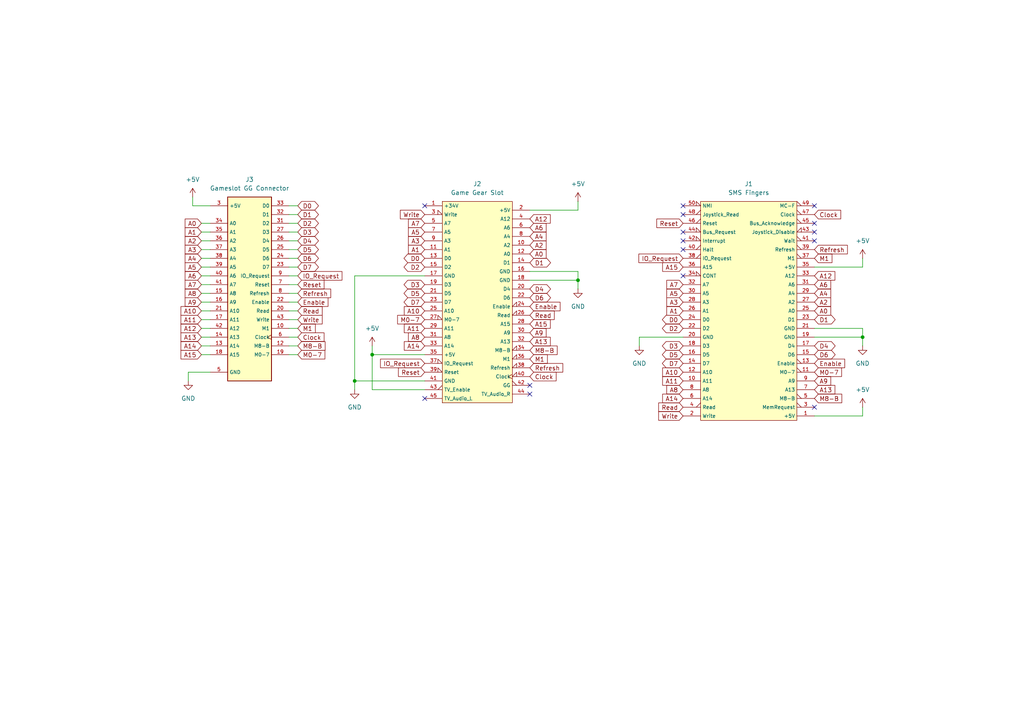
<source format=kicad_sch>
(kicad_sch (version 20231120) (generator "eeschema") (generator_version "8.0")
  (paper "A4")
  (title_block (title "SEGA Master System to Game Gear Adapter") (date "2024-05-08") (rev "4") (company "©2022-2024 StarshadeRETRO; License: BSD-3-Clause") (comment 1 "Neither affiliated with, nor authorized, sponsored, or approved by SEGA.") (comment 2 "SEGA Master System is a trademark of Sega of America, Inc./SEGA CORPORATION (Japan).") (comment 3 "SEGA is a registered trademark of SEGA CORPORATION (Japan)."))
  (lib_symbols
    (symbol "!SGSymbols:SG_GG_CARTRIDGE_SLOT"
      (property "Reference" "J" (at 10.16 5.08 0))
      (property "Value" "Game Gear Slot" (at 10.16 2.54 0))
      (symbol "SG_GG_CARTRIDGE_SLOT_0_0"
        (pin power_in line (at 25.4 -2.54 180) (length 5.08) (name "+5V") (number "2"))
        (pin input line (at -5.08 -36.83 0) (length 5.08) (name "A11") (number "29"))
        (pin input line (at -5.08 -39.37 0) (length 5.08) (name "A8") (number "31"))
        (pin input line (at -5.08 -41.91 0) (length 5.08) (name "A14") (number "33"))
        (pin power_in line (at -5.08 -44.45 0) (length 5.08) (name "+5V") (number "35"))
      )
      (symbol "SG_GG_CARTRIDGE_SLOT_0_1"
        (rectangle (start 0 0) (end 20.32 -58.42) (fill (type background)))
      )
      (symbol "SG_GG_CARTRIDGE_SLOT_1_1"
        (pin power_in line (at -5.08 -1.27 0) (length 5.08) (name "+34V") (number "1"))
        (pin input line (at 25.4 -12.7 180) (length 5.08) (name "A2") (number "10"))
        (pin input line (at -5.08 -13.97 0) (length 5.08) (name "A1") (number "11"))
        (pin input line (at 25.4 -15.24 180) (length 5.08) (name "A0") (number "12"))
        (pin bidirectional line (at -5.08 -16.51 0) (length 5.08) (name "D0") (number "13"))
        (pin bidirectional line (at 25.4 -17.78 180) (length 5.08) (name "D1") (number "14"))
        (pin bidirectional line (at -5.08 -19.05 0) (length 5.08) (name "D2") (number "15"))
        (pin power_in line (at 25.4 -20.32 180) (length 5.08) (name "GND") (number "16"))
        (pin power_in line (at -5.08 -21.59 0) (length 5.08) (name "GND") (number "17"))
        (pin power_in line (at 25.4 -22.86 180) (length 5.08) (name "GND") (number "18"))
        (pin bidirectional line (at -5.08 -24.13 0) (length 5.08) (name "D3") (number "19"))
        (pin bidirectional line (at 25.4 -25.4 180) (length 5.08) (name "D4") (number "20"))
        (pin bidirectional line (at -5.08 -26.67 0) (length 5.08) (name "D5") (number "21"))
        (pin bidirectional line (at 25.4 -27.94 180) (length 5.08) (name "D6") (number "22"))
        (pin bidirectional line (at -5.08 -29.21 0) (length 5.08) (name "D7") (number "23"))
        (pin input input_low (at 25.4 -30.48 180) (length 5.08) (name "Enable") (number "24"))
        (pin input line (at -5.08 -31.75 0) (length 5.08) (name "A10") (number "25"))
        (pin input input_low (at 25.4 -33.02 180) (length 5.08) (name "Read") (number "26"))
        (pin input input_low (at -5.08 -34.29 0) (length 5.08) (name "M0-7") (number "27"))
        (pin input line (at 25.4 -35.56 180) (length 5.08) (name "A15") (number "28"))
        (pin input input_low (at -5.08 -3.81 0) (length 5.08) (name "Write") (number "3"))
        (pin input line (at 25.4 -38.1 180) (length 5.08) (name "A9") (number "30"))
        (pin input line (at 25.4 -40.64 180) (length 5.08) (name "A13") (number "32"))
        (pin input input_low (at 25.4 -43.18 180) (length 5.08) (name "M8-B") (number "34"))
        (pin input input_low (at 25.4 -45.72 180) (length 5.08) (name "M1") (number "36"))
        (pin input input_low (at -5.08 -46.99 0) (length 5.08) (name "IO_Request") (number "37"))
        (pin input input_low (at 25.4 -48.26 180) (length 5.08) (name "Refresh") (number "38"))
        (pin input input_low (at -5.08 -49.53 0) (length 5.08) (name "Reset") (number "39"))
        (pin input line (at 25.4 -5.08 180) (length 5.08) (name "A12") (number "4"))
        (pin input clock_low (at 25.4 -50.8 180) (length 5.08) (name "Clock") (number "40"))
        (pin power_in line (at -5.08 -52.07 0) (length 5.08) (name "GND") (number "41"))
        (pin output output_low (at 25.4 -53.34 180) (length 5.08) (name "GG") (number "42"))
        (pin passive output_low (at -5.08 -54.61 0) (length 5.08) (name "TV_Enable") (number "43"))
        (pin output line (at 25.4 -55.88 180) (length 5.08) (name "TV_Audio_R") (number "44"))
        (pin output line (at -5.08 -57.15 0) (length 5.08) (name "TV_Audio_L") (number "45"))
        (pin input line (at -5.08 -6.35 0) (length 5.08) (name "A7") (number "5"))
        (pin input line (at 25.4 -7.62 180) (length 5.08) (name "A6") (number "6"))
        (pin input line (at -5.08 -8.89 0) (length 5.08) (name "A5") (number "7"))
        (pin input line (at 25.4 -10.16 180) (length 5.08) (name "A4") (number "8"))
        (pin input line (at -5.08 -11.43 0) (length 5.08) (name "A3") (number "9"))
      )
    )
    (symbol "!SGSymbols:SG_GG_CARTRIDGE_SLOT_R6"
      (property "Reference" "J" (at 6.35 5.08 0))
      (property "Value" "GameSlot GG Connector" (at 6.35 2.54 0))
      (symbol "SG_GG_CARTRIDGE_SLOT_R6_0_0"
        (rectangle (start 0 0) (end 12.7 -53.34) (stroke (width 0.254)) (fill (type background)))
        (pin input line (at 17.78 -38.1 180) (length 5.08) (name "M1") (number "10"))
        (pin input line (at 17.78 -43.18 180) (length 5.08) (name "M8-B") (number "12"))
        (pin input line (at -5.08 -40.64 0) (length 5.08) (name "A13") (number "14"))
        (pin input line (at -5.08 -27.94 0) (length 5.08) (name "A8") (number "15"))
        (pin input line (at -5.08 -30.48 0) (length 5.08) (name "A9") (number "16"))
        (pin input line (at -5.08 -35.56 0) (length 5.08) (name "A11") (number "17"))
        (pin input line (at -5.08 -45.72 0) (length 5.08) (name "A15") (number "18"))
        (pin input line (at 17.78 -45.72 180) (length 5.08) (name "M0-7") (number "19"))
        (pin input line (at 17.78 -33.02 180) (length 5.08) (name "Read") (number "20"))
        (pin input line (at -5.08 -33.02 0) (length 5.08) (name "A10") (number "21"))
        (pin input line (at 17.78 -30.48 180) (length 5.08) (name "Enable") (number "22"))
        (pin bidirectional line (at 17.78 -20.32 180) (length 5.08) (name "D7") (number "23"))
        (pin bidirectional line (at 17.78 -17.78 180) (length 5.08) (name "D6") (number "24"))
        (pin bidirectional line (at 17.78 -15.24 180) (length 5.08) (name "D5") (number "25"))
        (pin bidirectional line (at 17.78 -12.7 180) (length 5.08) (name "D4") (number "26"))
        (pin bidirectional line (at 17.78 -10.16 180) (length 5.08) (name "D3") (number "27"))
        (pin bidirectional line (at 17.78 -7.62 180) (length 5.08) (name "D2") (number "31"))
        (pin output line (at 17.78 -5.08 180) (length 5.08) (name "D1") (number "32"))
        (pin bidirectional line (at 17.78 -2.54 180) (length 5.08) (name "D0") (number "33"))
        (pin input line (at -5.08 -7.62 0) (length 5.08) (name "A0") (number "34"))
        (pin input line (at -5.08 -10.16 0) (length 5.08) (name "A1") (number "35"))
        (pin input line (at -5.08 -12.7 0) (length 5.08) (name "A2") (number "36"))
        (pin input line (at -5.08 -15.24 0) (length 5.08) (name "A3") (number "37"))
        (pin input line (at -5.08 -17.78 0) (length 5.08) (name "A4") (number "38"))
        (pin input line (at -5.08 -20.32 0) (length 5.08) (name "A5") (number "39"))
        (pin input line (at -5.08 -22.86 0) (length 5.08) (name "A6") (number "40"))
        (pin input line (at -5.08 -25.4 0) (length 5.08) (name "A7") (number "41"))
        (pin input line (at -5.08 -38.1 0) (length 5.08) (name "A12") (number "42"))
        (pin input line (at 17.78 -35.56 180) (length 5.08) (name "Write") (number "43"))
        (pin input clock (at 17.78 -40.64 180) (length 5.08) (name "Clock") (number "6"))
        (pin input line (at 17.78 -25.4 180) (length 5.08) (name "Reset") (number "7"))
        (pin input line (at 17.78 -27.94 180) (length 5.08) (name "Refresh") (number "8"))
        (pin input line (at 17.78 -22.86 180) (length 5.08) (name "IO_Request") (number "9"))
      )
      (symbol "SG_GG_CARTRIDGE_SLOT_R6_1_0"
        (pin no_connect line (at 17.78 -48.26 180) (length 5.08) hide (name "NC") (number "1"))
        (pin power_in line (at -5.08 -2.54 0) (length 5.08) hide (name "+5V") (number "11"))
        (pin input line (at -5.08 -43.18 0) (length 5.08) (name "A14") (number "13"))
        (pin no_connect line (at 17.78 -49.53 180) (length 5.08) hide (name "NC") (number "2"))
        (pin power_in line (at -5.08 -50.8 0) (length 5.08) hide (name "GND") (number "28"))
        (pin power_in line (at -5.08 -50.8 0) (length 5.08) hide (name "GND") (number "29"))
        (pin power_in line (at -5.08 -2.54 0) (length 5.08) (name "+5V") (number "3"))
        (pin power_in line (at -5.08 -50.8 0) (length 5.08) hide (name "GND") (number "30"))
        (pin no_connect line (at 17.78 -50.8 180) (length 5.08) hide (name "NC") (number "4"))
        (pin power_in line (at -5.08 -2.54 0) (length 5.08) hide (name "+5V") (number "44"))
        (pin no_connect line (at 17.78 -52.07 180) (length 5.08) hide (name "NC") (number "45"))
        (pin power_in line (at -5.08 -50.8 0) (length 5.08) (name "GND") (number "5"))
        (pin passive line (at -5.08 -50.8 0) (length 5.08) hide (name "SHIELD") (number "S1"))
        (pin passive line (at -5.08 -50.8 0) (length 5.08) hide (name "SHIELD") (number "S2"))
      )
    )
    (symbol "!SGSymbols:SG_SMS_CARTRIDGE_FINGERS" (in_bom no)
      (property "Reference" "J" (at 13.97 5.08 0))
      (property "Value" "Cartridge Fingers" (at 13.97 2.54 0))
      (symbol "SG_SMS_CARTRIDGE_FINGERS_0_0"
        (pin output line (at 33.02 -11.43 180) (length 5.08) (name "A11") (number "10"))
        (pin output output_low (at -5.08 -13.97 0) (length 5.08) (name "M0-7") (number "11"))
        (pin output line (at 33.02 -13.97 180) (length 5.08) (name "A10") (number "12"))
        (pin output output_low (at -5.08 -16.51 0) (length 5.08) (name "Enable") (number "13"))
        (pin bidirectional line (at 33.02 -16.51 180) (length 5.08) (name "D7") (number "14"))
        (pin bidirectional line (at -5.08 -19.05 0) (length 5.08) (name "D6") (number "15"))
        (pin bidirectional line (at 33.02 -19.05 180) (length 5.08) (name "D5") (number "16"))
        (pin bidirectional line (at -5.08 -21.59 0) (length 5.08) (name "D4") (number "17"))
        (pin bidirectional line (at 33.02 -21.59 180) (length 5.08) (name "D3") (number "18"))
        (pin power_out line (at -5.08 -24.13 0) (length 5.08) (name "GND") (number "19"))
        (pin output line (at 33.02 -1.27 180) (length 5.08) (name "Write") (number "2"))
        (pin passive line (at 33.02 -24.13 180) (length 5.08) (name "GND") (number "20"))
        (pin passive line (at -5.08 -26.67 0) (length 5.08) (name "GND") (number "21"))
        (pin bidirectional line (at 33.02 -26.67 180) (length 5.08) (name "D2") (number "22"))
        (pin bidirectional line (at -5.08 -29.21 0) (length 5.08) (name "D1") (number "23"))
        (pin bidirectional line (at 33.02 -29.21 180) (length 5.08) (name "D0") (number "24"))
        (pin output line (at -5.08 -31.75 0) (length 5.08) (name "A0") (number "25"))
        (pin output line (at 33.02 -31.75 180) (length 5.08) (name "A1") (number "26"))
        (pin output line (at -5.08 -34.29 0) (length 5.08) (name "A2") (number "27"))
        (pin output line (at 33.02 -34.29 180) (length 5.08) (name "A3") (number "28"))
        (pin output line (at -5.08 -36.83 0) (length 5.08) (name "A4") (number "29"))
        (pin output output_low (at -5.08 -3.81 0) (length 5.08) (name "MemRequest") (number "3"))
        (pin output line (at 33.02 -36.83 180) (length 5.08) (name "A5") (number "30"))
        (pin output line (at -5.08 -39.37 0) (length 5.08) (name "A6") (number "31"))
        (pin output line (at 33.02 -39.37 180) (length 5.08) (name "A7") (number "32"))
        (pin output line (at -5.08 -41.91 0) (length 5.08) (name "A12") (number "33"))
        (pin input input_low (at 33.02 -41.91 180) (length 5.08) (name "CONT") (number "34"))
        (pin passive line (at -5.08 -44.45 0) (length 5.08) (name "+5V") (number "35"))
        (pin output line (at 33.02 -44.45 180) (length 5.08) (name "A15") (number "36"))
        (pin output output_low (at -5.08 -46.99 0) (length 5.08) (name "M1") (number "37"))
        (pin output output_low (at 33.02 -46.99 180) (length 5.08) (name "IO_Request") (number "38"))
        (pin output output_low (at -5.08 -49.53 0) (length 5.08) (name "Refresh") (number "39"))
        (pin output output_low (at 33.02 -3.81 180) (length 5.08) (name "Read") (number "4"))
        (pin output output_low (at 33.02 -49.53 180) (length 5.08) (name "Halt") (number "40"))
        (pin output output_low (at -5.08 -52.07 0) (length 5.08) (name "Wait") (number "41"))
        (pin input input_low (at 33.02 -52.07 180) (length 5.08) (name "Interrupt") (number "42"))
        (pin input input_low (at -5.08 -54.61 0) (length 5.08) (name "Joystick_Disable") (number "43"))
        (pin input input_low (at 33.02 -54.61 180) (length 5.08) (name "Bus_Request") (number "44"))
        (pin output output_low (at -5.08 -57.15 0) (length 5.08) (name "Bus_Acknowledge") (number "45"))
        (pin output output_low (at 33.02 -57.15 180) (length 5.08) (name "Reset") (number "46"))
        (pin output output_low (at -5.08 -59.69 0) (length 5.08) (name "Clock") (number "47"))
        (pin output output_low (at 33.02 -59.69 180) (length 5.08) (name "Joystick_Read") (number "48"))
        (pin output output_low (at -5.08 -62.23 0) (length 5.08) (name "MC-F") (number "49"))
        (pin output output_low (at -5.08 -6.35 0) (length 5.08) (name "M8-B") (number "5"))
        (pin input input_low (at 33.02 -62.23 180) (length 5.08) (name "NMI") (number "50"))
        (pin output line (at 33.02 -6.35 180) (length 5.08) (name "A14") (number "6"))
        (pin output line (at -5.08 -8.89 0) (length 5.08) (name "A13") (number "7"))
        (pin output line (at 33.02 -8.89 180) (length 5.08) (name "A8") (number "8"))
        (pin output line (at -5.08 -11.43 0) (length 5.08) (name "A9") (number "9"))
      )
      (symbol "SG_SMS_CARTRIDGE_FINGERS_0_1"
        (rectangle (start 0 0) (end 27.94 -63.5) (fill (type background)))
      )
      (symbol "SG_SMS_CARTRIDGE_FINGERS_1_1"
        (pin power_out line (at -5.08 -1.27 0) (length 5.08) (name "+5V") (number "1"))
      )
    )
    (symbol "power:+5V" (power) (pin_numbers hide) (pin_names (offset 0) hide)
      (property "Value" "+5V" (at 0 3.556 0))
      (symbol "+5V_0_1"
        (polyline (pts (xy -0.762 1.27) (xy 0 2.54)))
        (polyline (pts (xy 0 0) (xy 0 2.54)))
        (polyline (pts (xy 0 2.54) (xy 0.762 1.27)))
      )
      (symbol "+5V_1_1"
        (pin power_in line (at 0 0 90) (length 0) (name "~") (number "1"))
      )
    )
    (symbol "power:GND" (power) (pin_numbers hide) (pin_names (offset 0) hide)
      (property "Value" "GND" (at 0 -3.81 0))
      (symbol "GND_0_1"
        (polyline (pts (xy 0 0) (xy 0 -1.27) (xy 1.27 -1.27) (xy 0 -2.54) (xy -1.27 -1.27) (xy 0 -1.27)))
      )
      (symbol "GND_1_1"
        (pin power_in line (at 0 0 270) (length 0) (name "~") (number "1"))
      )
    )
  )
  (junction (at 107.95 102.87))
  (junction (at 102.87 110.49))
  (junction (at 250.19 97.79))
  (junction (at 167.64 81.28))
  (no_connect (at 198.12 62.23))
  (no_connect (at 198.12 59.69))
  (no_connect (at 236.22 69.85))
  (no_connect (at 198.12 80.01))
  (no_connect (at 198.12 72.39))
  (no_connect (at 198.12 67.31))
  (no_connect (at 236.22 64.77))
  (no_connect (at 236.22 59.69))
  (no_connect (at 123.19 115.57))
  (no_connect (at 198.12 69.85))
  (no_connect (at 236.22 118.11))
  (no_connect (at 236.22 67.31))
  (no_connect (at 123.19 59.69))
  (no_connect (at 153.67 111.76))
  (no_connect (at 153.67 114.3))
  (wire (pts (xy 86.36 100.33) (xy 83.82 100.33)))
  (wire (pts (xy 58.42 85.09) (xy 60.96 85.09)))
  (wire (pts (xy 54.61 107.95) (xy 60.96 107.95)))
  (wire (pts (xy 123.19 80.01) (xy 102.87 80.01)))
  (wire (pts (xy 86.36 95.25) (xy 83.82 95.25)))
  (wire (pts (xy 86.36 102.87) (xy 83.82 102.87)))
  (wire (pts (xy 58.42 82.55) (xy 60.96 82.55)))
  (wire (pts (xy 250.19 77.47) (xy 250.19 74.93)))
  (wire (pts (xy 86.36 72.39) (xy 83.82 72.39)))
  (wire (pts (xy 58.42 72.39) (xy 60.96 72.39)))
  (wire (pts (xy 107.95 102.87) (xy 123.19 102.87)))
  (wire (pts (xy 102.87 110.49) (xy 102.87 113.03)))
  (wire (pts (xy 58.42 92.71) (xy 60.96 92.71)))
  (wire (pts (xy 86.36 69.85) (xy 83.82 69.85)))
  (wire (pts (xy 167.64 78.74) (xy 153.67 78.74)))
  (wire (pts (xy 236.22 97.79) (xy 250.19 97.79)))
  (wire (pts (xy 86.36 77.47) (xy 83.82 77.47)))
  (wire (pts (xy 54.61 110.49) (xy 54.61 107.95)))
  (wire (pts (xy 55.88 59.69) (xy 60.96 59.69)))
  (wire (pts (xy 167.64 83.82) (xy 167.64 81.28)))
  (wire (pts (xy 86.36 85.09) (xy 83.82 85.09)))
  (wire (pts (xy 86.36 80.01) (xy 83.82 80.01)))
  (wire (pts (xy 86.36 97.79) (xy 83.82 97.79)))
  (wire (pts (xy 86.36 74.93) (xy 83.82 74.93)))
  (wire (pts (xy 58.42 74.93) (xy 60.96 74.93)))
  (wire (pts (xy 185.42 97.79) (xy 198.12 97.79)))
  (wire (pts (xy 86.36 59.69) (xy 83.82 59.69)))
  (wire (pts (xy 58.42 87.63) (xy 60.96 87.63)))
  (wire (pts (xy 250.19 97.79) (xy 250.19 100.33)))
  (wire (pts (xy 86.36 62.23) (xy 83.82 62.23)))
  (wire (pts (xy 236.22 95.25) (xy 250.19 95.25)))
  (wire (pts (xy 236.22 120.65) (xy 250.19 120.65)))
  (wire (pts (xy 58.42 80.01) (xy 60.96 80.01)))
  (wire (pts (xy 58.42 67.31) (xy 60.96 67.31)))
  (wire (pts (xy 107.95 102.87) (xy 107.95 100.33)))
  (wire (pts (xy 86.36 64.77) (xy 83.82 64.77)))
  (wire (pts (xy 236.22 77.47) (xy 250.19 77.47)))
  (wire (pts (xy 58.42 102.87) (xy 60.96 102.87)))
  (wire (pts (xy 102.87 80.01) (xy 102.87 110.49)))
  (wire (pts (xy 58.42 90.17) (xy 60.96 90.17)))
  (wire (pts (xy 58.42 95.25) (xy 60.96 95.25)))
  (wire (pts (xy 86.36 90.17) (xy 83.82 90.17)))
  (wire (pts (xy 250.19 95.25) (xy 250.19 97.79)))
  (wire (pts (xy 58.42 77.47) (xy 60.96 77.47)))
  (wire (pts (xy 153.67 60.96) (xy 167.64 60.96)))
  (wire (pts (xy 86.36 87.63) (xy 83.82 87.63)))
  (wire (pts (xy 58.42 100.33) (xy 60.96 100.33)))
  (wire (pts (xy 153.67 81.28) (xy 167.64 81.28)))
  (wire (pts (xy 167.64 60.96) (xy 167.64 58.42)))
  (wire (pts (xy 86.36 82.55) (xy 83.82 82.55)))
  (wire (pts (xy 58.42 97.79) (xy 60.96 97.79)))
  (wire (pts (xy 107.95 102.87) (xy 107.95 113.03)))
  (wire (pts (xy 102.87 110.49) (xy 123.19 110.49)))
  (wire (pts (xy 86.36 67.31) (xy 83.82 67.31)))
  (wire (pts (xy 55.88 59.69) (xy 55.88 57.15)))
  (wire (pts (xy 250.19 120.65) (xy 250.19 118.11)))
  (wire (pts (xy 86.36 92.71) (xy 83.82 92.71)))
  (wire (pts (xy 107.95 113.03) (xy 123.19 113.03)))
  (wire (pts (xy 58.42 64.77) (xy 60.96 64.77)))
  (wire (pts (xy 58.42 69.85) (xy 60.96 69.85)))
  (wire (pts (xy 167.64 81.28) (xy 167.64 78.74)))
  (wire (pts (xy 185.42 100.33) (xy 185.42 97.79)))
  (global_label "A6" (shape input) (at 153.67 66.04 0) (property "Intersheetrefs" "${INTERSHEET_REFS}" (effects (hide yes))))
  (global_label "A14" (shape input) (at 58.42 100.33 180) (property "Intersheetrefs" "${INTERSHEET_REFS}" (effects (hide yes))))
  (global_label "D7" (shape bidirectional) (at 123.19 87.63 180) (property "Intersheetrefs" "${INTERSHEET_REFS}" (effects (hide yes))))
  (global_label "IO_Request" (shape input) (at 123.19 105.41 180) (property "Intersheetrefs" "${INTERSHEET_REFS}" (effects (hide yes))))
  (global_label "M8-B" (shape input) (at 153.67 101.6 0) (property "Intersheetrefs" "${INTERSHEET_REFS}" (effects (hide yes))))
  (global_label "A2" (shape input) (at 236.22 87.63 0) (property "Intersheetrefs" "${INTERSHEET_REFS}" (effects (hide yes))))
  (global_label "A10" (shape input) (at 123.19 90.17 180) (property "Intersheetrefs" "${INTERSHEET_REFS}" (effects (hide yes))))
  (global_label "Write" (shape input) (at 123.19 62.23 180) (property "Intersheetrefs" "${INTERSHEET_REFS}" (effects (hide yes))))
  (global_label "A5" (shape input) (at 198.12 85.09 180) (property "Intersheetrefs" "${INTERSHEET_REFS}" (effects (hide yes))))
  (global_label "A7" (shape input) (at 123.19 64.77 180) (property "Intersheetrefs" "${INTERSHEET_REFS}" (effects (hide yes))))
  (global_label "A3" (shape input) (at 58.42 72.39 180) (property "Intersheetrefs" "${INTERSHEET_REFS}" (effects (hide yes))))
  (global_label "A8" (shape input) (at 58.42 85.09 180) (property "Intersheetrefs" "${INTERSHEET_REFS}" (effects (hide yes))))
  (global_label "Reset" (shape input) (at 86.36 82.55 0) (property "Intersheetrefs" "${INTERSHEET_REFS}" (effects (hide yes))))
  (global_label "Refresh" (shape input) (at 236.22 72.39 0) (property "Intersheetrefs" "${INTERSHEET_REFS}" (effects (hide yes))))
  (global_label "Enable" (shape input) (at 236.22 105.41 0) (property "Intersheetrefs" "${INTERSHEET_REFS}" (effects (hide yes))))
  (global_label "A10" (shape input) (at 198.12 107.95 180) (property "Intersheetrefs" "${INTERSHEET_REFS}" (effects (hide yes))))
  (global_label "A5" (shape input) (at 58.42 77.47 180) (property "Intersheetrefs" "${INTERSHEET_REFS}" (effects (hide yes))))
  (global_label "A9" (shape input) (at 58.42 87.63 180) (property "Intersheetrefs" "${INTERSHEET_REFS}" (effects (hide yes))))
  (global_label "D2" (shape bidirectional) (at 123.19 77.47 180) (property "Intersheetrefs" "${INTERSHEET_REFS}" (effects (hide yes))))
  (global_label "A4" (shape input) (at 153.67 68.58 0) (property "Intersheetrefs" "${INTERSHEET_REFS}" (effects (hide yes))))
  (global_label "A3" (shape input) (at 123.19 69.85 180) (property "Intersheetrefs" "${INTERSHEET_REFS}" (effects (hide yes))))
  (global_label "Reset" (shape input) (at 198.12 64.77 180) (property "Intersheetrefs" "${INTERSHEET_REFS}" (effects (hide yes))))
  (global_label "D6" (shape bidirectional) (at 153.67 86.36 0) (property "Intersheetrefs" "${INTERSHEET_REFS}" (effects (hide yes))))
  (global_label "D4" (shape bidirectional) (at 86.36 69.85 0) (property "Intersheetrefs" "${INTERSHEET_REFS}" (effects (hide yes))))
  (global_label "A8" (shape input) (at 198.12 113.03 180) (property "Intersheetrefs" "${INTERSHEET_REFS}" (effects (hide yes))))
  (global_label "A2" (shape input) (at 153.67 71.12 0) (property "Intersheetrefs" "${INTERSHEET_REFS}" (effects (hide yes))))
  (global_label "A0" (shape input) (at 153.67 73.66 0) (property "Intersheetrefs" "${INTERSHEET_REFS}" (effects (hide yes))))
  (global_label "Refresh" (shape input) (at 86.36 85.09 0) (property "Intersheetrefs" "${INTERSHEET_REFS}" (effects (hide yes))))
  (global_label "A1" (shape input) (at 198.12 90.17 180) (property "Intersheetrefs" "${INTERSHEET_REFS}" (effects (hide yes))))
  (global_label "A13" (shape input) (at 58.42 97.79 180) (property "Intersheetrefs" "${INTERSHEET_REFS}" (effects (hide yes))))
  (global_label "IO_Request" (shape input) (at 198.12 74.93 180) (property "Intersheetrefs" "${INTERSHEET_REFS}" (effects (hide yes))))
  (global_label "M0-7" (shape input) (at 86.36 102.87 0) (property "Intersheetrefs" "${INTERSHEET_REFS}" (effects (hide yes))))
  (global_label "D3" (shape bidirectional) (at 123.19 82.55 180) (property "Intersheetrefs" "${INTERSHEET_REFS}" (effects (hide yes))))
  (global_label "D1" (shape bidirectional) (at 236.22 92.71 0) (property "Intersheetrefs" "${INTERSHEET_REFS}" (effects (hide yes))))
  (global_label "D0" (shape bidirectional) (at 198.12 92.71 180) (property "Intersheetrefs" "${INTERSHEET_REFS}" (effects (hide yes))))
  (global_label "M1" (shape input) (at 86.36 95.25 0) (property "Intersheetrefs" "${INTERSHEET_REFS}" (effects (hide yes))))
  (global_label "IO_Request" (shape input) (at 86.36 80.01 0) (property "Intersheetrefs" "${INTERSHEET_REFS}" (effects (hide yes))))
  (global_label "A14" (shape input) (at 198.12 115.57 180) (property "Intersheetrefs" "${INTERSHEET_REFS}" (effects (hide yes))))
  (global_label "M8-B" (shape input) (at 236.22 115.57 0) (property "Intersheetrefs" "${INTERSHEET_REFS}" (effects (hide yes))))
  (global_label "D4" (shape bidirectional) (at 236.22 100.33 0) (property "Intersheetrefs" "${INTERSHEET_REFS}" (effects (hide yes))))
  (global_label "Read" (shape input) (at 153.67 91.44 0) (property "Intersheetrefs" "${INTERSHEET_REFS}" (effects (hide yes))))
  (global_label "M0-7" (shape input) (at 236.22 107.95 0) (property "Intersheetrefs" "${INTERSHEET_REFS}" (effects (hide yes))))
  (global_label "A4" (shape input) (at 236.22 85.09 0) (property "Intersheetrefs" "${INTERSHEET_REFS}" (effects (hide yes))))
  (global_label "D2" (shape bidirectional) (at 86.36 64.77 0) (property "Intersheetrefs" "${INTERSHEET_REFS}" (effects (hide yes))))
  (global_label "D7" (shape bidirectional) (at 198.12 105.41 180) (property "Intersheetrefs" "${INTERSHEET_REFS}" (effects (hide yes))))
  (global_label "D1" (shape bidirectional) (at 153.67 76.2 0) (property "Intersheetrefs" "${INTERSHEET_REFS}" (effects (hide yes))))
  (global_label "Read" (shape input) (at 198.12 118.11 180) (property "Intersheetrefs" "${INTERSHEET_REFS}" (effects (hide yes))))
  (global_label "Write" (shape input) (at 86.36 92.71 0) (property "Intersheetrefs" "${INTERSHEET_REFS}" (effects (hide yes))))
  (global_label "A11" (shape input) (at 123.19 95.25 180) (property "Intersheetrefs" "${INTERSHEET_REFS}" (effects (hide yes))))
  (global_label "D2" (shape bidirectional) (at 198.12 95.25 180) (property "Intersheetrefs" "${INTERSHEET_REFS}" (effects (hide yes))))
  (global_label "Enable" (shape input) (at 86.36 87.63 0) (property "Intersheetrefs" "${INTERSHEET_REFS}" (effects (hide yes))))
  (global_label "A6" (shape input) (at 236.22 82.55 0) (property "Intersheetrefs" "${INTERSHEET_REFS}" (effects (hide yes))))
  (global_label "Reset" (shape input) (at 123.19 107.95 180) (property "Intersheetrefs" "${INTERSHEET_REFS}" (effects (hide yes))))
  (global_label "D5" (shape bidirectional) (at 86.36 72.39 0) (property "Intersheetrefs" "${INTERSHEET_REFS}" (effects (hide yes))))
  (global_label "D6" (shape bidirectional) (at 236.22 102.87 0) (property "Intersheetrefs" "${INTERSHEET_REFS}" (effects (hide yes))))
  (global_label "Refresh" (shape input) (at 153.67 106.68 0) (property "Intersheetrefs" "${INTERSHEET_REFS}" (effects (hide yes))))
  (global_label "Write" (shape input) (at 198.12 120.65 180) (property "Intersheetrefs" "${INTERSHEET_REFS}" (effects (hide yes))))
  (global_label "D5" (shape bidirectional) (at 198.12 102.87 180) (property "Intersheetrefs" "${INTERSHEET_REFS}" (effects (hide yes))))
  (global_label "M0-7" (shape input) (at 123.19 92.71 180) (property "Intersheetrefs" "${INTERSHEET_REFS}" (effects (hide yes))))
  (global_label "A1" (shape input) (at 58.42 67.31 180) (property "Intersheetrefs" "${INTERSHEET_REFS}" (effects (hide yes))))
  (global_label "A7" (shape input) (at 58.42 82.55 180) (property "Intersheetrefs" "${INTERSHEET_REFS}" (effects (hide yes))))
  (global_label "Clock" (shape input) (at 236.22 62.23 0) (property "Intersheetrefs" "${INTERSHEET_REFS}" (effects (hide yes))))
  (global_label "A15" (shape input) (at 58.42 102.87 180) (property "Intersheetrefs" "${INTERSHEET_REFS}" (effects (hide yes))))
  (global_label "D3" (shape bidirectional) (at 198.12 100.33 180) (property "Intersheetrefs" "${INTERSHEET_REFS}" (effects (hide yes))))
  (global_label "A13" (shape input) (at 153.67 99.06 0) (property "Intersheetrefs" "${INTERSHEET_REFS}" (effects (hide yes))))
  (global_label "A12" (shape input) (at 236.22 80.01 0) (property "Intersheetrefs" "${INTERSHEET_REFS}" (effects (hide yes))))
  (global_label "A11" (shape input) (at 198.12 110.49 180) (property "Intersheetrefs" "${INTERSHEET_REFS}" (effects (hide yes))))
  (global_label "M1" (shape input) (at 153.67 104.14 0) (property "Intersheetrefs" "${INTERSHEET_REFS}" (effects (hide yes))))
  (global_label "D0" (shape bidirectional) (at 123.19 74.93 180) (property "Intersheetrefs" "${INTERSHEET_REFS}" (effects (hide yes))))
  (global_label "A8" (shape input) (at 123.19 97.79 180) (property "Intersheetrefs" "${INTERSHEET_REFS}" (effects (hide yes))))
  (global_label "D1" (shape bidirectional) (at 86.36 62.23 0) (property "Intersheetrefs" "${INTERSHEET_REFS}" (effects (hide yes))))
  (global_label "A14" (shape input) (at 123.19 100.33 180) (property "Intersheetrefs" "${INTERSHEET_REFS}" (effects (hide yes))))
  (global_label "A5" (shape input) (at 123.19 67.31 180) (property "Intersheetrefs" "${INTERSHEET_REFS}" (effects (hide yes))))
  (global_label "A12" (shape input) (at 58.42 95.25 180) (property "Intersheetrefs" "${INTERSHEET_REFS}" (effects (hide yes))))
  (global_label "A9" (shape input) (at 153.67 96.52 0) (property "Intersheetrefs" "${INTERSHEET_REFS}" (effects (hide yes))))
  (global_label "A15" (shape input) (at 153.67 93.98 0) (property "Intersheetrefs" "${INTERSHEET_REFS}" (effects (hide yes))))
  (global_label "D4" (shape bidirectional) (at 153.67 83.82 0) (property "Intersheetrefs" "${INTERSHEET_REFS}" (effects (hide yes))))
  (global_label "D0" (shape bidirectional) (at 86.36 59.69 0) (property "Intersheetrefs" "${INTERSHEET_REFS}" (effects (hide yes))))
  (global_label "A15" (shape input) (at 198.12 77.47 180) (property "Intersheetrefs" "${INTERSHEET_REFS}" (effects (hide yes))))
  (global_label "A6" (shape input) (at 58.42 80.01 180) (property "Intersheetrefs" "${INTERSHEET_REFS}" (effects (hide yes))))
  (global_label "A7" (shape input) (at 198.12 82.55 180) (property "Intersheetrefs" "${INTERSHEET_REFS}" (effects (hide yes))))
  (global_label "A10" (shape input) (at 58.42 90.17 180) (property "Intersheetrefs" "${INTERSHEET_REFS}" (effects (hide yes))))
  (global_label "A3" (shape input) (at 198.12 87.63 180) (property "Intersheetrefs" "${INTERSHEET_REFS}" (effects (hide yes))))
  (global_label "D7" (shape bidirectional) (at 86.36 77.47 0) (property "Intersheetrefs" "${INTERSHEET_REFS}" (effects (hide yes))))
  (global_label "A11" (shape input) (at 58.42 92.71 180) (property "Intersheetrefs" "${INTERSHEET_REFS}" (effects (hide yes))))
  (global_label "M1" (shape input) (at 236.22 74.93 0) (property "Intersheetrefs" "${INTERSHEET_REFS}" (effects (hide yes))))
  (global_label "A4" (shape input) (at 58.42 74.93 180) (property "Intersheetrefs" "${INTERSHEET_REFS}" (effects (hide yes))))
  (global_label "Enable" (shape input) (at 153.67 88.9 0) (property "Intersheetrefs" "${INTERSHEET_REFS}" (effects (hide yes))))
  (global_label "A12" (shape input) (at 153.67 63.5 0) (property "Intersheetrefs" "${INTERSHEET_REFS}" (effects (hide yes))))
  (global_label "D3" (shape bidirectional) (at 86.36 67.31 0) (property "Intersheetrefs" "${INTERSHEET_REFS}" (effects (hide yes))))
  (global_label "Clock" (shape input) (at 153.67 109.22 0) (property "Intersheetrefs" "${INTERSHEET_REFS}" (effects (hide yes))))
  (global_label "Clock" (shape input) (at 86.36 97.79 0) (property "Intersheetrefs" "${INTERSHEET_REFS}" (effects (hide yes))))
  (global_label "D5" (shape bidirectional) (at 123.19 85.09 180) (property "Intersheetrefs" "${INTERSHEET_REFS}" (effects (hide yes))))
  (global_label "Read" (shape input) (at 86.36 90.17 0) (property "Intersheetrefs" "${INTERSHEET_REFS}" (effects (hide yes))))
  (global_label "A13" (shape input) (at 236.22 113.03 0) (property "Intersheetrefs" "${INTERSHEET_REFS}" (effects (hide yes))))
  (global_label "A1" (shape input) (at 123.19 72.39 180) (property "Intersheetrefs" "${INTERSHEET_REFS}" (effects (hide yes))))
  (global_label "A2" (shape input) (at 58.42 69.85 180) (property "Intersheetrefs" "${INTERSHEET_REFS}" (effects (hide yes))))
  (global_label "A0" (shape input) (at 58.42 64.77 180) (property "Intersheetrefs" "${INTERSHEET_REFS}" (effects (hide yes))))
  (global_label "A9" (shape input) (at 236.22 110.49 0) (property "Intersheetrefs" "${INTERSHEET_REFS}" (effects (hide yes))))
  (global_label "A0" (shape input) (at 236.22 90.17 0) (property "Intersheetrefs" "${INTERSHEET_REFS}" (effects (hide yes))))
  (global_label "D6" (shape bidirectional) (at 86.36 74.93 0) (property "Intersheetrefs" "${INTERSHEET_REFS}" (effects (hide yes))))
  (global_label "M8-B" (shape input) (at 86.36 100.33 0) (property "Intersheetrefs" "${INTERSHEET_REFS}" (effects (hide yes))))
  (symbol (lib_id "power:+5V") (at 250.19 118.11 0) (unit 1)
    (property "Reference" "#PWR0107" (effects (hide yes)))
    (property "Value" "+5V" (at 250.19 113.03 0))
    (property "Description" "Power symbol creates a global label with name \"+5V\"" (effects (hide yes)))
  )
  (symbol (lib_id "!SGSymbols:SG_SMS_CARTRIDGE_FINGERS") (at 231.14 121.92 180) (unit 1) (exclude_from_sim yes) (in_bom no)
    (property "Reference" "J1" (at 217.17 53.34 0))
    (property "Value" "SMS Fingers" (at 217.17 55.88 0))
    (property "Footprint" "!SGFootprints:SG_SMS_CARTRIDGE_FINGERS" (effects (hide yes)))
    (property "Copyright" "©2022-2024 StarshadeRETRO" (effects (hide yes)))
    (property "License" "BSD-3-Clause" (effects (hide yes)))
    (property "Disclaimer" "SEGA is a registered trademark of SEGA CORPORATION (Japan).\nSEGA Master System is a trademark of Sega of America, Inc./SEGA CORPORATION (Japan).\nNeither affiliated with, nor authorized, sponsored, or approved by SEGA." (effects (hide yes)))
  )
  (symbol (lib_id "!SGSymbols:SG_GG_CARTRIDGE_SLOT_R6") (at 66.04 57.15 0) (unit 1) (exclude_from_sim yes)
    (property "Reference" "J3" (at 72.39 52.07 0))
    (property "Value" "Gameslot GG Connector" (at 72.39 54.61 0))
    (property "Footprint" "!MiscFootprints:FPC Connector - 45-pin - Multiple" (effects (hide yes)))
    (property "Datasheet" "https://datasheet.lcsc.com/lcsc/2204281630_DEALON-FC05-S45DCU-00_C2998867.pdf" (effects (hide yes)))
    (property "Description" "Header for RetroSix's GameSlot GG/Game Gear GameSlot." (effects (hide yes)))
    (property "LCSC" "C2998867" (effects (hide yes)))
    (property "Copyright" "©2022-2024 StarshadeRETRO" (effects (hide yes)))
    (property "License" "BSD-3-Clause" (effects (hide yes)))
    (property "Disclaimer" "SEGA and Game Gear are registered trademarks of SEGA CORPORATION (Japan).\nNeither affiliated with, nor authorized, sponsored, or approved by SEGA.\n\nRetroSix is a registered trademark of Luke Malpass (UK).\nNeither affiliated with, nor authorized, sponsored, or approved by RetroSix/Luke Malpass." (effects (hide yes)))
  )
  (symbol (lib_id "power:+5V") (at 107.95 100.33 0) (unit 1)
    (property "Reference" "#PWR0105" (effects (hide yes)))
    (property "Value" "+5V" (at 107.95 95.25 0))
    (property "Description" "Power symbol creates a global label with name \"+5V\"" (effects (hide yes)))
  )
  (symbol (lib_id "power:+5V") (at 167.64 58.42 0) (unit 1)
    (property "Reference" "#PWR0102" (effects (hide yes)))
    (property "Value" "+5V" (at 167.64 53.34 0))
    (property "Description" "Power symbol creates a global label with name \"+5V\"" (effects (hide yes)))
  )
  (symbol (lib_id "power:+5V") (at 250.19 74.93 0) (unit 1)
    (property "Reference" "#PWR0109" (effects (hide yes)))
    (property "Value" "+5V" (at 250.19 69.85 0))
    (property "Description" "Power symbol creates a global label with name \"+5V\"" (effects (hide yes)))
  )
  (symbol (lib_id "power:GND") (at 185.42 100.33 0) (unit 1)
    (property "Reference" "#PWR0103" (effects (hide yes)))
    (property "Value" "GND" (at 185.42 105.41 0))
    (property "Description" "Power symbol creates a global label with name \"GND\" , ground" (effects (hide yes)))
  )
  (symbol (lib_id "power:+5V") (at 55.88 57.15 0) (mirror y) (unit 1)
    (property "Reference" "#PWR04" (effects (hide yes)))
    (property "Value" "+5V" (at 55.88 52.07 0))
    (property "Description" "Power symbol creates a global label with name \"+5V\"" (effects (hide yes)))
  )
  (symbol (lib_id "power:GND") (at 250.19 100.33 0) (unit 1)
    (property "Reference" "#PWR0106" (effects (hide yes)))
    (property "Value" "GND" (at 250.19 105.41 0))
    (property "Description" "Power symbol creates a global label with name \"GND\" , ground" (effects (hide yes)))
  )
  (symbol (lib_id "power:GND") (at 167.64 83.82 0) (unit 1)
    (property "Reference" "#PWR0101" (effects (hide yes)))
    (property "Value" "GND" (at 167.64 88.9 0))
    (property "Description" "Power symbol creates a global label with name \"GND\" , ground" (effects (hide yes)))
  )
  (symbol (lib_id "!SGSymbols:SG_GG_CARTRIDGE_SLOT") (at 128.27 58.42 0) (unit 1) (exclude_from_sim yes) (in_bom no)
    (property "Reference" "J2" (at 138.43 53.34 0))
    (property "Value" "Game Gear Slot" (at 138.43 55.88 0))
    (property "Footprint" "!SGFootprints:SG_GG_CARTRIDGE_SLOT_2H" (effects (hide yes)))
    (property "Copyright" "©2022-2024 StarshadeRETRO" (effects (hide yes)))
    (property "License" "BSD-3-Clause" (effects (hide yes)))
    (property "Disclaimer" "SEGA and Game Gear are registered trademarks of SEGA CORPORATION (Japan).\nNeither affiliated with, nor authorized, sponsored, or approved by SEGA." (effects (hide yes)))
  )
  (symbol (lib_id "power:GND") (at 54.61 110.49 0) (unit 1)
    (property "Reference" "#PWR02" (effects (hide yes)))
    (property "Value" "GND" (at 54.61 115.57 0))
    (property "Description" "Power symbol creates a global label with name \"GND\" , ground" (effects (hide yes)))
  )
  (symbol (lib_id "power:GND") (at 102.87 113.03 0) (unit 1)
    (property "Reference" "#PWR0104" (effects (hide yes)))
    (property "Value" "GND" (at 102.87 118.11 0))
    (property "Description" "Power symbol creates a global label with name \"GND\" , ground" (effects (hide yes)))
  )
)
</source>
